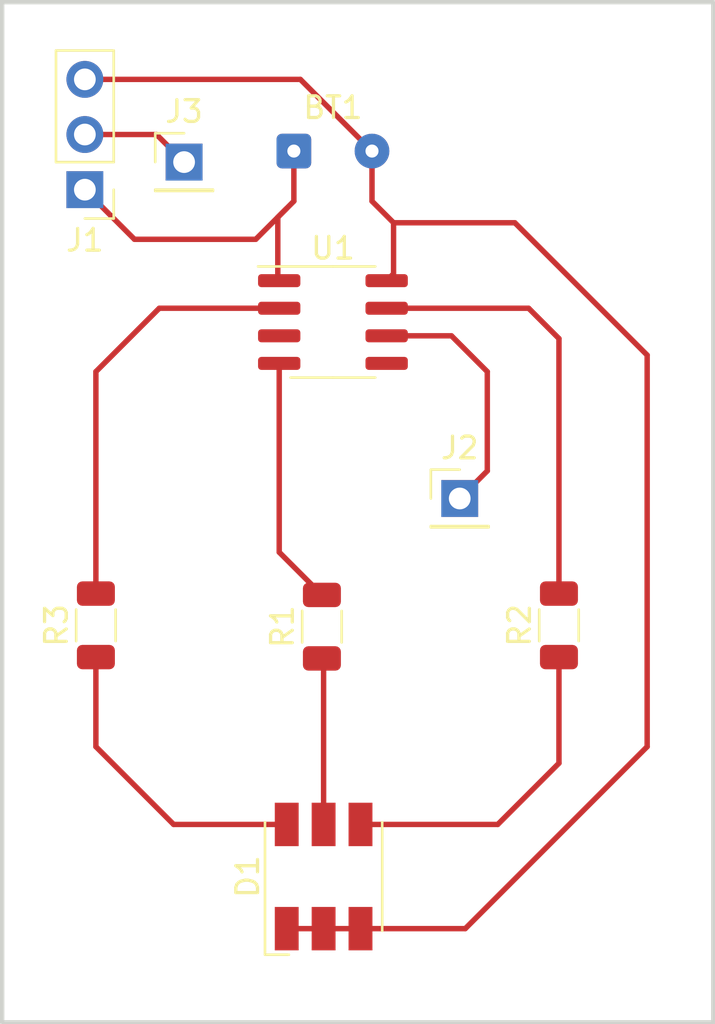
<source format=kicad_pcb>
(kicad_pcb (version 20211014) (generator pcbnew)
  (title_block (title "ATTiny402 RGB Pendant") (date "2021-10-31") (rev "1.0") (comment 4 "Author: Evan Shimoniak"))
  (layers (0 "F.Cu" signal) (31 "B.Cu" signal) (34 "B.Paste" user) (35 "F.Paste" user) (36 "B.SilkS" user "B.Silkscreen") (37 "F.SilkS" user "F.Silkscreen") (38 "B.Mask" user) (39 "F.Mask" user) (44 "Edge.Cuts" user))
  (net 0 "")
  (net 1 "GND")
  (net 2 "+3V0")
  (net 3 "/GREEN")
  (net 4 "/BLUE")
  (net 5 "/UPDI")
  (net 6 "/RED")
  (net 7 "Net-(D1-Pad4)")
  (net 8 "Net-(D1-Pad6)")
  (net 9 "Net-(D1-Pad5)")
  (net 10 "Net-(J1-Pad2)")
  (footprint "Connector_Wire:SolderWire-0.1sqmm_1x02_P3.6mm_D0.4mm_OD1mm" (layer "F.Cu") (at 150.346 72.39)
    (fp_text reference "BT1" (at 1.8 -2) (layer "F.SilkS"))
    (fp_text value "3V")
    (pad "1" thru_hole roundrect locked (at 0 0) (size 1.6 1.6) (drill 0.6) (layers *.Cu *.Mask) (roundrect_rratio 0.15625) (net 2 "+3V0"))
    (pad "2" thru_hole circle locked (at 3.6 0) (size 1.6 1.6) (drill 0.6) (layers *.Cu *.Mask) (net 1 "GND"))
  )
  (footprint "LED_SMD:LED_RGB_5050-6" (layer "F.Cu") (at 151.716 105.804 90)
    (fp_text reference "D1" (at 0 -3.5 90) (layer "F.SilkS"))
    (fp_text value "LED_RGB")
    (fp_line (start 2.5 2.7) (end -2.5 2.7) (layer "F.SilkS") (width 0.12))
    (fp_line (start -3.6 -2.7) (end 2.5 -2.7) (layer "F.SilkS") (width 0.12))
    (fp_line (start -3.6 -1.6) (end -3.6 -2.7) (layer "F.SilkS") (width 0.12))
    (pad "1" smd rect locked (at -2.4 -1.7 180) (size 1.1 2) (layers "F.Cu" "F.Paste" "F.Mask") (net 1 "GND"))
    (pad "2" smd rect locked (at -2.4 0 180) (size 1.1 2) (layers "F.Cu" "F.Paste" "F.Mask") (net 1 "GND"))
    (pad "3" smd rect locked (at -2.4 1.7 180) (size 1.1 2) (layers "F.Cu" "F.Paste" "F.Mask") (net 1 "GND"))
    (pad "4" smd rect locked (at 2.4 1.7 180) (size 1.1 2) (layers "F.Cu" "F.Paste" "F.Mask") (net 7 "Net-(D1-Pad4)"))
    (pad "5" smd rect locked (at 2.4 0 180) (size 1.1 2) (layers "F.Cu" "F.Paste" "F.Mask") (net 9 "Net-(D1-Pad5)"))
    (pad "6" smd rect locked (at 2.4 -1.7 180) (size 1.1 2) (layers "F.Cu" "F.Paste" "F.Mask") (net 8 "Net-(D1-Pad6)"))
  )
  (footprint "Connector_PinHeader_2.54mm:PinHeader_1x03_P2.54mm_Vertical" (layer "F.Cu") (at 140.716 74.168 180)
    (fp_text reference "J1" (at 0 -2.33) (layer "F.SilkS"))
    (fp_text value "Conn_01x03_Male" hide)
    (fp_line (start 1.33 1.27) (end 1.33 6.41) (layer "F.SilkS") (width 0.12))
    (fp_line (start -1.33 6.41) (end 1.33 6.41) (layer "F.SilkS") (width 0.12))
    (fp_line (start -1.33 -1.33) (end 0 -1.33) (layer "F.SilkS") (width 0.12))
    (fp_line (start -1.33 1.27) (end 1.33 1.27) (layer "F.SilkS") (width 0.12))
    (fp_line (start -1.33 0) (end -1.33 -1.33) (layer "F.SilkS") (width 0.12))
    (fp_line (start -1.33 1.27) (end -1.33 6.41) (layer "F.SilkS") (width 0.12))
    (pad "1" thru_hole rect (at 0 0 180) (size 1.7 1.7) (drill 1) (layers *.Cu *.Mask) (net 2 "+3V0"))
    (pad "2" thru_hole oval (at 0 2.54 180) (size 1.7 1.7) (drill 1) (layers *.Cu *.Mask) (net 10 "Net-(J1-Pad2)"))
    (pad "3" thru_hole oval (at 0 5.08 180) (size 1.7 1.7) (drill 1) (layers *.Cu *.Mask) (net 1 "GND"))
  )
  (footprint "Resistor_SMD:R_1206_3216Metric" (layer "F.Cu") (at 151.638 94.2955 90)
    (fp_text reference "R1" (at 0 -1.82 90) (layer "F.SilkS"))
    (fp_text value "40")
    (fp_line (start -0.727064 0.91) (end 0.727064 0.91) (layer "F.SilkS") (width 0.12))
    (fp_line (start -0.727064 -0.91) (end 0.727064 -0.91) (layer "F.SilkS") (width 0.12))
    (pad "1" smd roundrect locked (at -1.4625 0 90) (size 1.125 1.75) (layers "F.Cu" "F.Paste" "F.Mask") (roundrect_rratio 0.2222213333) (net 9 "Net-(D1-Pad5)"))
    (pad "2" smd roundrect locked (at 1.4625 0 90) (size 1.125 1.75) (layers "F.Cu" "F.Paste" "F.Mask") (roundrect_rratio 0.2222213333) (net 6 "/RED"))
  )
  (footprint "Package_SO:SOIC-8_3.9x4.9mm_P1.27mm" (layer "F.Cu") (at 152.146 80.264)
    (fp_text reference "U1" (at 0 -3.4) (layer "F.SilkS"))
    (fp_text value "ATtiny402-SS")
    (fp_line (start 0 2.56) (end -1.95 2.56) (layer "F.SilkS") (width 0.12))
    (fp_line (start 0 -2.56) (end -3.45 -2.56) (layer "F.SilkS") (width 0.12))
    (fp_line (start 0 2.56) (end 1.95 2.56) (layer "F.SilkS") (width 0.12))
    (fp_line (start 0 -2.56) (end 1.95 -2.56) (layer "F.SilkS") (width 0.12))
    (pad "1" smd roundrect locked (at -2.475 -1.905) (size 1.95 0.6) (layers "F.Cu" "F.Paste" "F.Mask") (net 2 "+3V0"))
    (pad "2" smd roundrect locked (at -2.475 -0.635) (size 1.95 0.6) (layers "F.Cu" "F.Paste" "F.Mask") (net 4 "/BLUE"))
    (pad "3" smd roundrect locked (at -2.475 0.635) (size 1.95 0.6) (layers "F.Cu" "F.Paste" "F.Mask"))
    (pad "4" smd roundrect locked (at -2.475 1.905) (size 1.95 0.6) (layers "F.Cu" "F.Paste" "F.Mask") (net 6 "/RED"))
    (pad "5" smd roundrect locked (at 2.475 1.905) (size 1.95 0.6) (layers "F.Cu" "F.Paste" "F.Mask"))
    (pad "6" smd roundrect locked (at 2.475 0.635) (size 1.95 0.6) (layers "F.Cu" "F.Paste" "F.Mask") (net 5 "/UPDI"))
    (pad "7" smd roundrect locked (at 2.475 -0.635) (size 1.95 0.6) (layers "F.Cu" "F.Paste" "F.Mask") (net 3 "/GREEN"))
    (pad "8" smd roundrect locked (at 2.475 -1.905) (size 1.95 0.6) (layers "F.Cu" "F.Paste" "F.Mask") (net 1 "GND"))
  )
  (footprint "Connector_PinHeader_2.54mm:PinHeader_1x01_P2.54mm_Vertical" (layer "F.Cu") (at 145.288 72.898)
    (fp_text reference "J3" (at 0 -2.33) (layer "F.SilkS"))
    (fp_text value "Conn_01x01_Male" hide)
    (fp_line (start -1.33 1.27) (end 1.33 1.27) (layer "F.SilkS") (width 0.12))
    (fp_line (start -1.33 0) (end -1.33 -1.33) (layer "F.SilkS") (width 0.12))
    (fp_line (start -1.33 1.27) (end -1.33 1.33) (layer "F.SilkS") (width 0.12))
    (fp_line (start 1.33 1.27) (end 1.33 1.33) (layer "F.SilkS") (width 0.12))
    (fp_line (start -1.33 -1.33) (end 0 -1.33) (layer "F.SilkS") (width 0.12))
    (fp_line (start -1.33 1.33) (end 1.33 1.33) (layer "F.SilkS") (width 0.12))
    (pad "1" thru_hole rect (at 0 0) (size 1.7 1.7) (drill 1) (layers *.Cu *.Mask) (net 10 "Net-(J1-Pad2)"))
  )
  (footprint "Resistor_SMD:R_1206_3216Metric" (layer "F.Cu") (at 162.56 94.234 90)
    (fp_text reference "R2" (at 0 -1.82 90) (layer "F.SilkS"))
    (fp_text value "1")
    (fp_line (start -0.727064 0.91) (end 0.727064 0.91) (layer "F.SilkS") (width 0.12))
    (fp_line (start -0.727064 -0.91) (end 0.727064 -0.91) (layer "F.SilkS") (width 0.12))
    (pad "1" smd roundrect (at -1.4625 0 90) (size 1.125 1.75) (layers "F.Cu" "F.Paste" "F.Mask") (roundrect_rratio 0.222222) (net 7 "Net-(D1-Pad4)"))
    (pad "2" smd roundrect (at 1.4625 0 90) (size 1.125 1.75) (layers "F.Cu" "F.Paste" "F.Mask") (roundrect_rratio 0.222222) (net 3 "/GREEN"))
  )
  (footprint "Connector_PinHeader_2.54mm:PinHeader_1x01_P2.54mm_Vertical" (layer "F.Cu") (at 157.988 88.392)
    (fp_text reference "J2" (at 0 -2.33) (layer "F.SilkS"))
    (fp_text value "Conn_01x01_Male" hide)
    (fp_line (start -1.33 0) (end -1.33 -1.33) (layer "F.SilkS") (width 0.12))
    (fp_line (start -1.33 1.27) (end 1.33 1.27) (layer "F.SilkS") (width 0.12))
    (fp_line (start -1.33 1.33) (end 1.33 1.33) (layer "F.SilkS") (width 0.12))
    (fp_line (start -1.33 1.27) (end -1.33 1.33) (layer "F.SilkS") (width 0.12))
    (fp_line (start 1.33 1.27) (end 1.33 1.33) (layer "F.SilkS") (width 0.12))
    (fp_line (start -1.33 -1.33) (end 0 -1.33) (layer "F.SilkS") (width 0.12))
    (pad "1" thru_hole rect (at 0 0) (size 1.7 1.7) (drill 1) (layers *.Cu *.Mask) (net 5 "/UPDI"))
  )
  (footprint "Resistor_SMD:R_1206_3216Metric" (layer "F.Cu") (at 141.224 94.234 90)
    (fp_text reference "R3" (at 0 -1.82 90) (layer "F.SilkS"))
    (fp_text value "1")
    (fp_line (start -0.727064 0.91) (end 0.727064 0.91) (layer "F.SilkS") (width 0.12))
    (fp_line (start -0.727064 -0.91) (end 0.727064 -0.91) (layer "F.SilkS") (width 0.12))
    (pad "1" smd roundrect (at -1.4625 0 90) (size 1.125 1.75) (layers "F.Cu" "F.Paste" "F.Mask") (roundrect_rratio 0.222222) (net 8 "Net-(D1-Pad6)"))
    (pad "2" smd roundrect (at 1.4625 0 90) (size 1.125 1.75) (layers "F.Cu" "F.Paste" "F.Mask") (roundrect_rratio 0.222222) (net 4 "/BLUE"))
  )
  (gr_rect (start 169.672 112.522) (end 136.906 65.532) (layer "Edge.Cuts") (width 0.2) (fill none))
  (segment (start 140.716 69.088) (end 150.644 69.088) (width 0.25) (layer "F.Cu") (net 1))
  (segment (start 153.946 74.698) (end 154.94 75.692) (width 0.25) (layer "F.Cu") (net 1))
  (segment (start 154.94 75.692) (end 154.94 78.04) (width 0.25) (layer "F.Cu") (net 1))
  (segment (start 150.644 69.088) (end 153.946 72.39) (width 0.25) (layer "F.Cu") (net 1))
  (segment (start 153.946 72.39) (end 153.946 74.698) (width 0.25) (layer "F.Cu") (net 1))
  (segment (start 166.624 81.788) (end 160.528 75.692) (width 0.25) (layer "F.Cu") (net 1))
  (segment (start 160.528 75.692) (end 154.94 75.692) (width 0.25) (layer "F.Cu") (net 1))
  (segment (start 153.416 108.204) (end 158.242 108.204) (width 0.25) (layer "F.Cu") (net 1))
  (segment (start 150.016 108.204) (end 153.416 108.204) (width 0.25) (layer "F.Cu") (net 1))
  (segment (start 154.94 78.04) (end 154.621 78.359) (width 0.25) (layer "F.Cu") (net 1))
  (segment (start 166.624 99.822) (end 166.624 81.788) (width 0.25) (layer "F.Cu") (net 1))
  (segment (start 158.242 108.204) (end 166.624 99.822) (width 0.25) (layer "F.Cu") (net 1))
  (segment (start 149.606 78.294) (end 149.671 78.359) (width 0.25) (layer "F.Cu") (net 2))
  (segment (start 150.346 72.39) (end 150.346 74.698) (width 0.25) (layer "F.Cu") (net 2))
  (segment (start 149.987 75.057) (end 149.606 75.438) (width 0.25) (layer "F.Cu") (net 2))
  (segment (start 150.346 74.698) (end 149.987 75.057) (width 0.25) (layer "F.Cu") (net 2))
  (segment (start 149.606 75.438) (end 149.606 78.294) (width 0.25) (layer "F.Cu") (net 2))
  (segment (start 148.59 76.454) (end 149.987 75.057) (width 0.25) (layer "F.Cu") (net 2))
  (segment (start 143.002 76.454) (end 148.59 76.454) (width 0.25) (layer "F.Cu") (net 2))
  (segment (start 140.716 74.168) (end 143.002 76.454) (width 0.25) (layer "F.Cu") (net 2))
  (segment (start 154.621 79.629) (end 161.163 79.629) (width 0.25) (layer "F.Cu") (net 3))
  (segment (start 162.56 81.026) (end 162.56 92.7715) (width 0.25) (layer "F.Cu") (net 3))
  (segment (start 161.163 79.629) (end 162.56 81.026) (width 0.25) (layer "F.Cu") (net 3))
  (segment (start 144.145 79.629) (end 149.671 79.629) (width 0.25) (layer "F.Cu") (net 4))
  (segment (start 141.224 82.55) (end 144.145 79.629) (width 0.25) (layer "F.Cu") (net 4))
  (segment (start 141.224 92.7715) (end 141.224 82.55) (width 0.25) (layer "F.Cu") (net 4))
  (segment (start 159.258 82.55) (end 159.258 87.122) (width 0.25) (layer "F.Cu") (net 5))
  (segment (start 154.621 80.899) (end 157.607 80.899) (width 0.25) (layer "F.Cu") (net 5))
  (segment (start 159.258 87.122) (end 157.988 88.392) (width 0.25) (layer "F.Cu") (net 5))
  (segment (start 157.607 80.899) (end 159.258 82.55) (width 0.25) (layer "F.Cu") (net 5))
  (segment (start 151.638 92.833) (end 149.671 90.866) (width 0.25) (layer "F.Cu") (net 6))
  (segment (start 149.671 90.866) (end 149.671 82.169) (width 0.25) (layer "F.Cu") (net 6))
  (segment (start 159.74 103.404) (end 162.56 100.584) (width 0.25) (layer "F.Cu") (net 7))
  (segment (start 162.56 100.584) (end 162.56 95.6965) (width 0.25) (layer "F.Cu") (net 7))
  (segment (start 153.416 103.404) (end 159.74 103.404) (width 0.25) (layer "F.Cu") (net 7))
  (segment (start 141.224 95.6965) (end 141.224 99.822) (width 0.25) (layer "F.Cu") (net 8))
  (segment (start 144.806 103.404) (end 150.016 103.404) (width 0.25) (layer "F.Cu") (net 8))
  (segment (start 141.224 99.822) (end 144.806 103.404) (width 0.25) (layer "F.Cu") (net 8))
  (segment (start 151.716 95.836) (end 151.638 95.758) (width 0.25) (layer "F.Cu") (net 9))
  (segment (start 151.716 103.404) (end 151.716 95.836) (width 0.25) (layer "F.Cu") (net 9))
  (segment (start 140.716 71.628) (end 144.018 71.628) (width 0.25) (layer "F.Cu") (net 10))
  (segment (start 144.018 71.628) (end 145.288 72.898) (width 0.25) (layer "F.Cu") (net 10))
)
</source>
